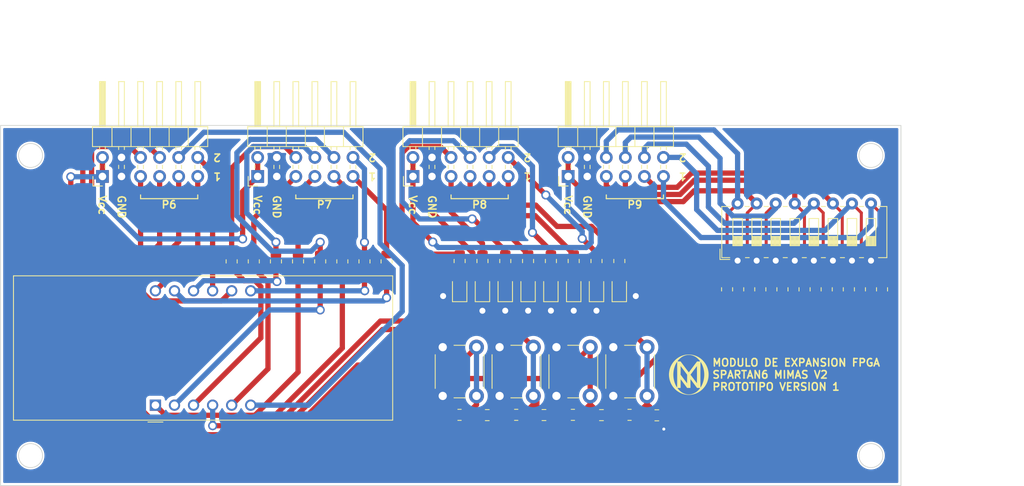
<source format=kicad_pcb>
(kicad_pcb (version 20221018) (generator pcbnew)
  (layers (0 "F.Cu" signal) (31 "B.Cu" signal) (34 "B.Paste" user) (35 "F.Paste" user) (36 "B.SilkS" user "B.Silkscreen") (37 "F.SilkS" user "F.Silkscreen") (38 "B.Mask" user) (39 "F.Mask" user) (44 "Edge.Cuts" user))
  (net 0 "")
  (net 1 "GND")
  (net 2 "Net-(D1-A)")
  (net 3 "Net-(D2-A)")
  (net 4 "Net-(D3-A)")
  (net 5 "Net-(D4-A)")
  (net 6 "Net-(D5-A)")
  (net 7 "Net-(D6-A)")
  (net 8 "Net-(D7-A)")
  (net 9 "Net-(D8-A)")
  (net 10 "+3V3")
  (net 11 "/PIN_HEADER_8X4/7P6")
  (net 12 "/PIN_HEADER_8X4/8P6")
  (net 13 "/PIN_HEADER_8X4/5P6")
  (net 14 "/PIN_HEADER_8X4/6P6")
  (net 15 "/DISPLAY/3P6")
  (net 16 "/DISPLAY/4P6")
  (net 17 "/DISPLAY/1P6")
  (net 18 "/DISPLAY/2P6")
  (net 19 "/DISPLAY/7P7")
  (net 20 "/DISPLAY/8P7")
  (net 21 "/DISPLAY/5P7")
  (net 22 "/DISPLAY/6P7")
  (net 23 "/DISPLAY/3P7")
  (net 24 "/DISPLAY/4P7")
  (net 25 "/DISPLAY/1P7")
  (net 26 "/DISPLAY/2P7")
  (net 27 "/LEDs/7P8")
  (net 28 "/LEDs/8P8")
  (net 29 "/LEDs/5P8")
  (net 30 "/LEDs/6P8")
  (net 31 "/LEDs/3P8")
  (net 32 "/LEDs/4P8")
  (net 33 "/LEDs/1P8")
  (net 34 "/LEDs/2P8")
  (net 35 "/DIP_SWITCH/7P9")
  (net 36 "/DIP_SWITCH/8P9")
  (net 37 "/DIP_SWITCH/5P9")
  (net 38 "/DIP_SWITCH/6P9")
  (net 39 "/DIP_SWITCH/3P9")
  (net 40 "/DIP_SWITCH/4P9")
  (net 41 "/DIP_SWITCH/1P9")
  (net 42 "/DIP_SWITCH/2P9")
  (net 43 "Net-(U1-a)")
  (net 44 "Net-(U1-b)")
  (net 45 "Net-(U1-c)")
  (net 46 "Net-(U1-d)")
  (net 47 "Net-(U1-e)")
  (net 48 "Net-(U1-f)")
  (net 49 "Net-(U1-g)")
  (net 50 "Net-(U1-DPX)")
  (footprint "Capacitor_SMD:C_0805_2012Metric" (layer "F.Cu") (at 131.54 85.59)
    (fp_text reference "C2" hide)
    (fp_text value "10nF" hide)
  )
  (footprint "LED_SMD:LED_0805_2012Metric" (layer "F.Cu") (at 123.5 68.7625 90)
    (fp_text reference "D7" hide)
    (fp_text value "LED" hide)
  )
  (footprint "Resistor_SMD:R_0805_2012Metric" (layer "F.Cu") (at 126.54 65.03 -90)
    (fp_text reference "R20" hide)
    (fp_text value "2.2K" hide)
  )
  (footprint "LED_SMD:LED_0805_2012Metric" (layer "F.Cu") (at 111.34 68.7625 90)
    (fp_text reference "D3" hide)
    (fp_text value "LED" hide)
  )
  (footprint "Resistor_SMD:R_0805_2012Metric" (layer "F.Cu") (at 105.245 85.53)
    (fp_text reference "R1" hide)
    (fp_text value "1K" hide)
  )
  (footprint "Resistor_SMD:R_0805_2012Metric" (layer "F.Cu") (at 83.725 65.0775 -90)
    (fp_text reference "R9" hide)
    (fp_text value "1K" hide)
  )
  (footprint "Resistor_SMD:R_0805_2012Metric" (layer "F.Cu") (at 143.855 68.8025 90)
    (fp_text reference "R22" hide)
    (fp_text value "1K" hide)
  )
  (footprint "LED_SMD:LED_0805_2012Metric" (layer "F.Cu") (at 114.38 68.7625 90)
    (fp_text reference "D4" hide)
    (fp_text value "LED" hide)
  )
  (footprint "Resistor_SMD:R_0805_2012Metric" (layer "F.Cu") (at 127.905 85.53)
    (fp_text reference "R4" hide)
    (fp_text value "1K" hide)
  )
  (footprint "Resistor_SMD:R_0805_2012Metric" (layer "F.Cu") (at 149.755 68.8025 90)
    (fp_text reference "R24" hide)
    (fp_text value "1K" hide)
  )
  (footprint "Button_Switch_THT:SW_PUSH_6mm" (layer "F.Cu") (at 103.005 83.01 90)
    (fp_text reference "SW1" hide)
    (fp_text value "SW_Push" hide)
  )
  (footprint "Capacitor_SMD:C_0805_2012Metric" (layer "F.Cu") (at 116.5 85.56)
    (fp_text reference "C4" hide)
    (fp_text value "10nF" hide)
  )
  (footprint "Capacitor_SMD:C_0805_2012Metric" (layer "F.Cu") (at 108.94 85.57)
    (fp_text reference "C3" hide)
    (fp_text value "10nF" hide)
  )
  (footprint "Resistor_SMD:R_0805_2012Metric" (layer "F.Cu") (at 140.905 68.8025 90)
    (fp_text reference "R21" hide)
    (fp_text value "1K" hide)
  )
  (footprint "Resistor_SMD:R_0805_2012Metric" (layer "F.Cu") (at 89.625 65.0775 -90)
    (fp_text reference "R7" hide)
    (fp_text value "1K" hide)
  )
  (footprint "Resistor_SMD:R_0805_2012Metric" (layer "F.Cu") (at 158.605 68.8025 90)
    (fp_text reference "R27" hide)
    (fp_text value "1K" hide)
  )
  (footprint "Connector_PinHeader_2.54mm:PinHeader_2x06_P2.54mm_Horizontal" (layer "F.Cu") (at 119.725 53.76 90)
    (fp_text reference "J4" hide)
    (fp_text value "P9" hide)
  )
  (footprint "LED_SMD:LED_0805_2012Metric" (layer "F.Cu") (at 117.42 68.7625 90)
    (fp_text reference "D5" hide)
    (fp_text value "LED" hide)
  )
  (footprint "Resistor_SMD:R_0805_2012Metric" (layer "F.Cu") (at 114.38 65.03 -90)
    (fp_text reference "R16" hide)
    (fp_text value "2.2K" hide)
  )
  (footprint "Resistor_SMD:R_0805_2012Metric" (layer "F.Cu") (at 111.34 65.03 -90)
    (fp_text reference "R15" hide)
    (fp_text value "2.2K" hide)
  )
  (footprint "wao:logo v2" (layer "F.Cu") (at 135.8 80.171821)
    (fp_text reference "G***" hide)
    (fp_text value "LOGO" hide)
  )
  (footprint "Resistor_SMD:R_0805_2012Metric" (layer "F.Cu") (at 120.351666 85.53)
    (fp_text reference "R3" hide)
    (fp_text value "1K" hide)
  )
  (footprint "Resistor_SMD:R_0805_2012Metric" (layer "F.Cu") (at 112.798333 85.53)
    (fp_text reference "R2" hide)
    (fp_text value "1K" hide)
  )
  (footprint "Button_Switch_THT:SW_DIP_SPSTx08_Slide_6.7x21.88mm_W7.62mm_P2.54mm_LowProfile" (layer "F.Cu") (at 142.305 64.98 90)
    (fp_text reference "SW5" hide)
    (fp_text value "SW_DIP_x08" hide)
  )
  (footprint "Resistor_SMD:R_0805_2012Metric" (layer "F.Cu") (at 86.675 65.0775 -90)
    (fp_text reference "R8" hide)
    (fp_text value "1K" hide)
  )
  (footprint "Capacitor_SMD:C_0805_2012Metric" (layer "F.Cu") (at 124.16 85.57)
    (fp_text reference "C1" hide)
    (fp_text value "10nF" hide)
  )
  (footprint "Resistor_SMD:R_0805_2012Metric" (layer "F.Cu") (at 80.775 65.0775 -90)
    (fp_text reference "R10" hide)
    (fp_text value "1K" hide)
  )
  (footprint "Resistor_SMD:R_0805_2012Metric" (layer "F.Cu") (at 123.5 65.03 -90)
    (fp_text reference "R19" hide)
    (fp_text value "2.2K" hide)
  )
  (footprint "Resistor_SMD:R_0805_2012Metric" (layer "F.Cu") (at 92.575 65.0775 -90)
    (fp_text reference "R6" hide)
    (fp_text value "1K" hide)
  )
  (footprint "Resistor_SMD:R_0805_2012Metric" (layer "F.Cu") (at 117.42 65.03 -90)
    (fp_text reference "R17" hide)
    (fp_text value "2.2K" hide)
  )
  (footprint "Connector_PinHeader_2.54mm:PinHeader_2x06_P2.54mm_Horizontal" (layer "F.Cu") (at 57.655 53.76 90)
    (fp_text reference "J1" hide)
    (fp_text value "P6" hide)
  )
  (footprint "Display_7Segment:CA56-12CGKWA" (layer "F.Cu") (at 64.715 84.24 90)
    (fp_text reference "U1" hide)
    (fp_text value "CA56-12CGKWA" hide)
  )
  (footprint "Resistor_SMD:R_0805_2012Metric" (layer "F.Cu") (at 108.3 65.03 -90)
    (fp_text reference "R14" hide)
    (fp_text value "2.2K" hide)
  )
  (footprint "Resistor_SMD:R_0805_2012Metric" (layer "F.Cu") (at 155.655 68.8025 90)
    (fp_text reference "R26" hide)
    (fp_text value "1K" hide)
  )
  (footprint "Resistor_SMD:R_0805_2012Metric" (layer "F.Cu") (at 146.805 68.8025 90)
    (fp_text reference "R23" hide)
    (fp_text value "1K" hide)
  )
  (footprint "Resistor_SMD:R_0805_2012Metric" (layer "F.Cu") (at 95.525 65.0775 -90)
    (fp_text reference "R5" hide)
    (fp_text value "1K" hide)
  )
  (footprint "Resistor_SMD:R_0805_2012Metric" (layer "F.Cu") (at 152.705 68.8025 90)
    (fp_text reference "R25" hide)
    (fp_text value "1K" hide)
  )
  (footprint "Button_Switch_THT:SW_PUSH_6mm" (layer "F.Cu") (at 118.158332 83.01 90)
    (fp_text reference "SW3" hide)
    (fp_text value "SW_Push" hide)
  )
  (footprint "Resistor_SMD:R_0805_2012Metric" (layer "F.Cu") (at 74.875 65.0775 -90)
    (fp_text reference "R12" hide)
    (fp_text value "1K" hide)
  )
  (footprint "Connector_PinHeader_2.54mm:PinHeader_2x06_P2.54mm_Horizontal" (layer "F.Cu") (at 78.345 53.76 90)
    (fp_text reference "J2" hide)
    (fp_text value "P7" hide)
  )
  (footprint "Resistor_SMD:R_0805_2012Metric" (layer "F.Cu") (at 161.555 68.8025 90)
    (fp_text reference "R28" hide)
    (fp_text value "1K" hide)
  )
  (footprint "LED_SMD:LED_0805_2012Metric" (layer "F.Cu") (at 108.3 68.7625 90)
    (fp_text reference "D2" hide)
    (fp_text value "LED" hide)
  )
  (footprint "Button_Switch_THT:SW_PUSH_6mm" (layer "F.Cu") (at 125.735 83.01 90)
    (fp_text reference "SW4" hide)
    (fp_text value "SW_Push" hide)
  )
  (footprint "Resistor_SMD:R_0805_2012Metric" (layer "F.Cu") (at 77.825 65.0775 -90)
    (fp_text reference "R11" hide)
    (fp_text value "1K" hide)
  )
  (footprint "Resistor_SMD:R_0805_2012Metric" (layer "F.Cu") (at 105.26 65.03 -90)
    (fp_text reference "R13" hide)
    (fp_text value "2.2K" hide)
  )
  (footprint "LED_SMD:LED_0805_2012Metric" (layer "F.Cu") (at 126.54 68.7625 90)
    (fp_text reference "D8" hide)
    (fp_text value "LED" hide)
  )
  (footprint "Resistor_SMD:R_0805_2012Metric" (layer "F.Cu") (at 120.46 65.03 -90)
    (fp_text reference "R18" hide)
    (fp_text value "2.2K" hide)
  )
  (footprint "LED_SMD:LED_0805_2012Metric" (layer "F.Cu") (at 120.46 68.7625 90)
    (fp_text reference "D6" hide)
    (fp_text value "LED" hide)
  )
  (footprint "LED_SMD:LED_0805_2012Metric" (layer "F.Cu") (at 105.26 68.7625 90)
    (fp_text reference "D1" hide)
    (fp_text value "LED" hide)
  )
  (footprint "Button_Switch_THT:SW_PUSH_6mm" (layer "F.Cu") (at 110.581666 83.01 90)
    (fp_text reference "SW2" hide)
    (fp_text value "SW_Push" hide)
  )
  (footprint "Connector_PinHeader_2.54mm:PinHeader_2x06_P2.54mm_Horizontal" (layer "F.Cu") (at 99.035 53.76 90)
    (fp_text reference "J3" hide)
    (fp_text value "P8" hide)
  )
  (gr_line locked (start 104.115 56.219286) (end 104.115 56.719286) (stroke (width 0.15)) (layer "F.SilkS"))
  (gr_line locked (start 124.805 56.219286) (end 124.805 56.719286) (stroke (width 0.15)) (layer "F.SilkS"))
  (gr_line locked (start 104.115 56.719286) (end 111.735 56.719286) (stroke (width 0.15)) (layer "F.SilkS"))
  (gr_line locked (start 111.735 56.219286) (end 111.735 56.719286) (stroke (width 0.15)) (layer "F.SilkS"))
  (gr_line locked (start 62.735 56.719286) (end 70.355 56.719286) (stroke (width 0.15)) (layer "F.SilkS"))
  (gr_line locked (start 91.045 56.219286) (end 91.045 56.719286) (stroke (width 0.15)) (layer "F.SilkS"))
  (gr_line locked (start 70.355 56.219286) (end 70.355 56.719286) (stroke (width 0.15)) (layer "F.SilkS"))
  (gr_line locked (start 83.425 56.219286) (end 83.425 56.719286) (stroke (width 0.15)) (layer "F.SilkS"))
  (gr_line locked (start 124.805 56.719286) (end 132.425 56.719286) (stroke (width 0.15)) (layer "F.SilkS"))
  (gr_line locked (start 132.425 56.219286) (end 132.425 56.719286) (stroke (width 0.15)) (layer "F.SilkS"))
  (gr_line locked (start 83.425 56.719286) (end 91.045 56.719286) (stroke (width 0.15)) (layer "F.SilkS"))
  (gr_line locked (start 62.735 56.219286) (end 62.735 56.719286) (stroke (width 0.15)) (layer "F.SilkS"))
  (gr_circle locked (center 48.075 90.96) (end 49.675 90.96) (stroke (width 0.1)) (fill none) (layer "Edge.Cuts"))
  (gr_circle locked (center 160.075 90.96) (end 161.675 90.96) (stroke (width 0.1)) (fill none) (layer "Edge.Cuts"))
  (gr_circle locked (center 160.075 50.96) (end 161.675 50.96) (stroke (width 0.1)) (fill none) (layer "Edge.Cuts"))
  (gr_circle locked (center 48.075 50.96) (end 49.675 50.96) (stroke (width 0.1)) (fill none) (layer "Edge.Cuts"))
  (gr_rect locked (start 44.075 46.96) (end 164.075 94.96) (stroke (width 0.1)) (fill none) (layer "Edge.Cuts"))
  (gr_text locked "GND" (at 60.195 57.818095 270) (layer "F.SilkS") (effects (font (size 1 1) (thickness 0.2) bold)))
  (gr_text locked "P6" (at 66.535 57.52) (layer "F.SilkS") (effects (font (size 1 1) (thickness 0.2) bold)))
  (gr_text locked "Vcc" (at 78.345 57.58 -90) (layer "F.SilkS") (effects (font (size 1 1) (thickness 0.2) bold)))
  (gr_text locked "GND" (at 101.575 57.818095 270) (layer "F.SilkS") (effects (font (size 1 1) (thickness 0.2) bold)))
  (gr_text locked "GND" (at 80.885 57.818095 270) (layer "F.SilkS") (effects (font (size 1 1) (thickness 0.2) bold)))
  (gr_text locked "1" (at 114.275 53.76 180) (layer "F.SilkS") (effects (font (size 1 1) (thickness 0.2) bold)))
  (gr_text locked "P7" (at 87.225 57.52) (layer "F.SilkS") (effects (font (size 1 1) (thickness 0.2) bold)))
  (gr_text locked "2" (at 134.975 51.22 180) (layer "F.SilkS") (effects (font (size 1 1) (thickness 0.2) bold)))
  (gr_text locked "2" (at 114.275 51.22 180) (layer "F.SilkS") (effects (font (size 1 1) (thickness 0.2) bold)))
  (gr_text locked "P8" (at 107.915 57.52) (layer "F.SilkS") (effects (font (size 1 1) (thickness 0.2) bold)))
  (gr_text locked "2" (at 72.935 51.22 180) (layer "F.SilkS") (effects (font (size 1 1) (thickness 0.2) bold)))
  (gr_text locked "1" (at 134.975 53.76 180) (layer "F.SilkS") (effects (font (size 1 1) (thickness 0.2) bold)))
  (gr_text locked "Vcc" (at 119.725 57.58 -90) (layer "F.SilkS") (effects (font (size 1 1) (thickness 0.2) bold)))
  (gr_text locked "MODULO DE EXPANSION FPGA \nSPARTAN6 MIMAS V2\nPROTOTIPO VERSION 1" (at 138.84 80.18) (layer "F.SilkS") (effects (font (size 1 1) (thickness 0.2) bold) (justify left)))
  (gr_text locked "2" (at 93.595 51.22 180) (layer "F.SilkS") (effects (font (size 1 1) (thickness 0.2) bold)))
  (gr_text locked "GND" (at 122.265 57.818095 270) (layer "F.SilkS") (effects (font (size 1 1) (thickness 0.2) bold)))
  (gr_text locked "Vcc" (at 57.655 57.58 -90) (layer "F.SilkS") (effects (font (size 1 1) (thickness 0.2) bold)))
  (gr_text locked "1" (at 72.935 53.76 180) (layer "F.SilkS") (effects (font (size 1 1) (thickness 0.2) bold)))
  (gr_text locked "Vcc" (at 99.035 57.58 -90) (layer "F.SilkS") (effects (font (size 1 1) (thickness 0.2) bold)))
  (gr_text locked "1" (at 93.595 53.76 180) (layer "F.SilkS") (effects (font (size 1 1) (thickness 0.2) bold)))
  (gr_text locked "P9" (at 128.605 57.52) (layer "F.SilkS") (effects (font (size 1 1) (thickness 0.2) bold)))
  (segment locked (start 123.5 69.7) (end 123.5 71.645) (width 0.7) (layer "F.Cu") (net 1))
  (segment locked (start 106.999999 69.664999) (end 107.035 69.7) (width 0.7) (layer "F.Cu") (net 1))
  (segment locked (start 126.54 69.7) (end 128.735 69.7) (width 0.7) (layer "F.Cu") (net 1))
  (segment locked (start 101.575 53.76) (end 101.575 58.51) (width 0.7) (layer "F.Cu") (net 1))
  (segment locked (start 117.42 71.645) (end 117.425 71.65) (width 0.7) (layer "F.Cu") (net 1))
  (segment locked (start 105.26 69.7) (end 103.055 69.7) (width 0.7) (layer "F.Cu") (net 1))
  (segment locked (start 132.47 85.61) (end 132.49 85.59) (width 0.7) (layer "F.Cu") (net 1))
  (segment locked (start 117.45 85.56) (end 117.45 83.718332) (width 0.7) (layer "F.Cu") (net 1))
  (segment locked (start 114.38 71.645) (end 114.385 71.65) (width 0.7) (layer "F.Cu") (net 1))
  (segment locked (start 108.3 71.655) (end 108.295 71.66) (width 0.7) (layer "F.Cu") (net 1))
  (segment locked (start 109.89 83.701666) (end 110.581666 83.01) (width 0.7) (layer "F.Cu") (net 1))
  (segment locked (start 107.035 69.7) (end 105.26 69.7) (width 0.7) (layer "F.Cu") (net 1))
  (segment locked (start 117.45 83.718332) (end 118.158332 83.01) (width 0.7) (layer "F.Cu") (net 1))
  (segment locked (start 125.11 83.635) (end 125.735 83.01) (width 0.7) (layer "F.Cu") (net 1))
  (segment locked (start 123.5 71.645) (end 123.495 71.65) (width 0.7) (layer "F.Cu") (net 1))
  (segment locked (start 106.999999 63.934999) (end 106.999999 69.664999) (width 0.7) (layer "F.Cu") (net 1))
  (segment locked (start 111.34 69.7) (end 111.34 71.645) (width 0.7) (layer "F.Cu") (net 1))
  (segment locked (start 125.11 85.57) (end 125.11 83.635) (width 0.7) (layer "F.Cu") (net 1))
  (segment locked (start 114.38 69.7) (end 114.38 71.645) (width 0.7) (layer "F.Cu") (net 1))
  (segment locked (start 120.46 69.7) (end 120.46 71.645) (width 0.7) (layer "F.Cu") (net 1))
  (segment locked (start 111.34 71.645) (end 111.335 71.65) (width 0.7) (layer "F.Cu") (net 1))
  (segment locked (start 120.46 71.645) (end 120.465 71.65) (width 0.7) (layer "F.Cu") (net 1))
  (segment locked (start 132.47 87.43) (end 132.47 85.61) (width 0.7) (layer "F.Cu") (net 1))
  (segment locked (start 101.575 58.51) (end 106.999999 63.934999) (width 0.7) (layer "F.Cu") (net 1))
  (segment locked (start 109.89 85.57) (end 109.89 83.701666) (width 0.7) (layer "F.Cu") (net 1))
  (segment locked (start 126.54 69.7) (end 107.035 69.7) (width 0.7) (layer "F.Cu") (net 1))
  (segment locked (start 108.3 69.7) (end 108.3 71.655) (width 0.7) (layer "F.Cu") (net 1))
  (segment locked (start 117.42 69.7) (end 117.42 71.645) (width 0.7) (layer "F.Cu") (net 1))
  (via locked (at 103.055 69.7) (size 1.2) (drill 0.8) (layers "F.Cu" "B.Cu") (net 1))
  (via locked (at 120.465 71.65) (size 1.2) (drill 0.8) (layers "F.Cu" "B.Cu") (net 1))
  (via locked (at 111.335 71.65) (size 1.2) (drill 0.8) (layers "F.Cu" "B.Cu") (net 1))
  (via locked (at 117.425 71.65) (size 1.2) (drill 0.8) (layers "F.Cu" "B.Cu") (net 1))
  (via locked (at 114.385 71.65) (size 1.2) (drill 0.8) (layers "F.Cu" "B.Cu") (net 1))
  (via locked (at 132.47 87.43) (size 0.8) (drill 0.4) (layers "F.Cu" "B.Cu") (net 1))
  (via locked (at 108.295 71.66) (size 1.2) (drill 0.8) (layers "F.Cu" "B.Cu") (net 1))
  (via locked (at 128.735 69.7) (size 1.2) (drill 0.8) (layers "F.Cu" "B.Cu") (net 1))
  (via locked (at 123.495 71.65) (size 1.2) (drill 0.8) (layers "F.Cu" "B.Cu") (net 1))
  (segment locked (start 53.705 48.97) (end 51.715 50.96) (width 0.7) (layer "B.Cu") (net 1))
  (segment locked (start 59.615 48.97) (end 53.705 48.97) (width 0.7) (layer "B.Cu") (net 1))
  (segment locked (start 86.735 65.1) (end 88.835 63) (width 0.7) (layer "B.Cu") (net 1))
  (segment locked (start 88.835 58.69) (end 87.015 56.87) (width 0.7) (layer "B.Cu") (net 1))
  (segment locked (start 51.715 59.91) (end 56.905 65.1) (width 0.7) (layer "B.Cu") (net 1))
  (segment locked (start 56.905 65.1) (end 86.735 65.1) (width 0.7) (layer "B.Cu") (net 1))
  (segment locked (start 122.265 53.76) (end 122.265 56.03) (width 0.7) (layer "B.Cu") (net 1))
  (segment locked (start 87.015 56.87) (end 83.995 56.87) (width 0.7) (layer "B.Cu") (net 1))
  (segment locked (start 88.835 63) (end 88.835 58.69) (width 0.7) (layer "B.Cu") (net 1))
  (segment locked (start 122.265 56.03) (end 131.215 64.98) (width 0.7) (layer "B.Cu") (net 1))
  (segment locked (start 131.215 64.98) (end 160.085 64.98) (width 0.7) (layer "B.Cu") (net 1))
  (segment locked (start 51.715 50.96) (end 51.715 59.91) (width 0.7) (layer "B.Cu") (net 1))
  (segment locked (start 83.995 56.87) (end 80.885 53.76) (width 0.7) (layer "B.Cu") (net 1))
  (segment locked (start 60.195 51.22) (end 60.195 49.55) (width 0.7) (layer "B.Cu") (net 1))
  (segment locked (start 60.195 49.55) (end 59.615 48.97) (width 0.7) (layer "B.Cu") (net 1))
  (segment locked (start 105.26 65.9425) (end 105.26 67.825) (width 0.7) (layer "F.Cu") (net 2))
  (segment locked (start 108.3 67.825) (end 108.3 65.9425) (width 0.7) (layer "F.Cu") (net 3))
  (segment locked (start 111.34 65.9425) (end 111.34 67.825) (width 0.7) (layer "F.Cu") (net 4))
  (segment locked (start 114.38 67.825) (end 114.38 65.9425) (width 0.7) (layer "F.Cu") (net 5))
  (segment locked (start 117.42 65.9425) (end 117.42 67.825) (width 0.7) (layer "F.Cu") (net 6))
  (segment locked (start 120.46 67.825) (end 120.46 65.9425) (width 0.7) (layer "F.Cu") (net 7))
  (segment locked (start 123.5 65.9425) (end 123.5 67.825) (width 0.7) (layer "F.Cu") (net 8))
  (segment locked (start 126.54 67.825) (end 126.54 65.9425) (width 0.7) (layer "F.Cu") (net 9))
  (segment locked (start 99.035 51.22) (end 99.035 53.76) (width 0.7) (layer "F.Cu") (net 10))
  (segment locked (start 76.335 55.77) (end 76.335 62.08) (width 0.7) (layer "F.Cu") (net 10))
  (segment locked (start 78.345 51.22) (end 78.345 53.76) (width 0.7) (layer "F.Cu") (net 10))
  (segment locked (start 135.68 73.775) (end 135.68 69.715) (width 0.7) (layer "F.Cu") (net 10))
  (segment locked (start 104.3325 85.53) (end 104.3325 86.6475) (width 0.7) (layer "F.Cu") (net 10))
  (segment locked (start 63.685 91.98) (end 60.195 88.49) (width 0.7) (layer "F.Cu") (net 10))
  (segment locked (start 60.195 88.49) (end 53.435 81.73) (width 0.7) (layer "F.Cu") (net 10))
  (segment locked (start 126.09 87.47) (end 126.9925 86.5675) (width 0.7) (layer "F.Cu") (net 10))
  (segment locked (start 119.439166 85.53) (end 119.439166 87.464166) (width 0.7) (layer "F.Cu") (net 10))
  (segment locked (start 99.035 53.76) (end 99.035 59.85) (width 0.7) (layer "F.Cu") (net 10))
  (segment locked (start 161.555 69.715) (end 135.68 69.715) (width 0.7) (layer "F.Cu") (net 10))
  (segment locked (start 105.155 87.47) (end 111.715 87.47) (width 0.7) (layer "F.Cu") (net 10))
  (segment locked (start 125.0525 87.47) (end 126.09 87.47) (width 0.7) (layer "F.Cu") (net 10))
  (segment locked (start 104.3325 85.53) (end 88.015 85.53) (width 0.7) (layer "F.Cu") (net 10))
  (segment locked (start 82.475 91.07) (end 81.565 91.98) (width 0.7) (layer "F.Cu") (net 10))
  (segment locked (start 127.335 85.1875) (end 127.335 82.12) (width 0.7) (layer "F.Cu") (net 10))
  (segment locked (start 104.3325 86.6475) (end 105.155 87.47) (width 0.7) (layer "F.Cu") (net 10))
  (segment locked (start 57.655 51.22) (end 57.655 53.76) (width 0.7) (layer "F.Cu") (net 10))
  (segment locked (start 81.565 91.98) (end 63.685 91.98) (width 0.7) (layer "F.Cu") (net 10))
  (segment locked (start 111.715 87.47) (end 119.445 87.47) (width 0.7) (layer "F.Cu") (net 10))
  (segment locked (start 126.9925 85.53) (end 127.335 85.1875) (width 0.7) (layer "F.Cu") (net 10))
  (segment locked (start 53.435 81.73) (end 53.435 53.8) (width 0.7) (layer "F.Cu") (net 10))
  (segment locked (start 111.885833 87.299167) (end 111.715 87.47) (width 0.7) (layer "F.Cu") (net 10))
  (segment locked (start 99.035 59.85) (end 101.675 62.49) (width 0.7) (layer "F.Cu") (net 10))
  (segment locked (start 135.68 69.715) (end 119.725 53.76) (width 0.7) (layer "F.Cu") (net 10))
  (segment locked (start 78.345 53.76) (end 76.335 55.77) (width 0.7) (layer "F.Cu") (net 10))
  (segment locked (start 119.445 87.47) (end 125.0525 87.47) (width 0.7) (layer "F.Cu") (net 10))
  (segment locked (start 127.335 82.12) (end 135.68 73.775) (width 0.7) (layer "F.Cu") (net 10))
  (segment locked (start 111.885833 85.53) (end 111.885833 87.299167) (width 0.7) (layer "F.Cu") (net 10))
  (segment locked (start 88.015 85.53) (end 82.475 91.07) (width 0.7) (layer "F.Cu") (net 10))
  (segment locked (start 126.9925 86.5675) (end 126.9925 85.53) (width 0.7) (layer "F.Cu") (net 10))
  (segment locked (start 119.439166 87.464166) (end 119.445 87.47) (width 0.7) (layer "F.Cu") (net 10))
  (segment locked (start 119.725 51.22) (end 119.725 53.76) (width 0.7) (layer "F.Cu") (net 10))
  (via locked (at 76.335 62.08) (size 1.2) (drill 0.8) (layers "F.Cu" "B.Cu") (net 10))
  (via locked (at 101.675 62.49) (size 1.2) (drill 0.8) (layers "F.Cu" "B.Cu") (net 10))
  (via locked (at 53.435 53.8) (size 1.2) (drill 0.8) (layers "F.Cu" "B.Cu") (net 10))
  (segment locked (start 53.435 53.8) (end 57.615 53.8) (width 0.7) (layer "B.Cu") (net 10))
  (segment locked (start 57.615 53.8) (end 57.655 53.76) (width 0.7) (layer "B.Cu") (net 10))
  (segment locked (start 101.675 62.49) (end 102.415 63.23) (width 0.7) (layer "B.Cu") (net 10))
  (segment locked (start 62.515 62.08) (end 57.655 57.22) (width 0.7) (layer "B.Cu") (net 10))
  (segment locked (start 76.335 62.08) (end 62.515 62.08) (width 0.7) (layer "B.Cu") (net 10))
  (segment locked (start 122.795 62.57) (end 122.795 60.936498) (width 0.7) (layer "B.Cu") (net 10))
  (segment locked (start 122.795 60.936498) (end 119.725 57.866498) (width 0.7) (layer "B.Cu") (net 10))
  (segment locked (start 119.725 57.866498) (end 119.725 53.76) (width 0.7) (layer "B.Cu") (net 10))
  (segment locked (start 102.415 63.23) (end 122.135 63.23) (width 0.7) (layer "B.Cu") (net 10))
  (segment locked (start 122.135 63.23) (end 122.795 62.57) (width 0.7) (layer "B.Cu") (net 10))
  (segment locked (start 57.655 57.22) (end 57.655 53.76) (width 0.7) (layer "B.Cu") (net 10))
  (segment locked (start 60.175 84.13) (end 65.175 89.13) (width 0.7) (layer "F.Cu") (net 11))
  (segment locked (start 60.175 65.97) (end 60.175 84.13) (width 0.7) (layer "F.Cu") (net 11))
  (segment locked (start 80.015 89.13) (end 94.985 74.16) (width 0.7) (layer "F.Cu") (net 11))
  (segment locked (start 65.175 89.13) (end 80.015 89.13) (width 0.7) (layer "F.Cu") (net 11))
  (segment locked (start 115.55 85.56) (end 115.55 83.478334) (width 0.7) (layer "F.Cu") (net 11))
  (segment locked (start 62.735 63.41) (end 60.175 65.97) (width 0.7) (layer "F.Cu") (net 11))
  (segment locked (start 94.985 74.16) (end 112.731666 74.16) (width 0.7) (layer "F.Cu") (net 11))
  (segment locked (start 115.55 83.478334) (end 115.081666 83.01) (width 0.7) (layer "F.Cu") (net 11))
  (segment locked (start 115.081666 83.01) (end 115.081666 84.159167) (width 0.7) (layer "F.Cu") (net 11))
  (segment locked (start 62.735 53.76) (end 62.735 63.41) (width 0.7) (layer "F.Cu") (net 11))
  (segment locked (start 115.081666 84.159167) (end 113.710833 85.53) (width 0.7) (layer "F.Cu") (net 11))
  (segment locked (start 112.731666 74.16) (end 115.081666 76.51) (width 0.7) (layer "F.Cu") (net 11))
  (segment locked (start 115.081666 76.51) (end 115.081666 83.01) (width 0.7) (layer "B.Cu") (net 11))
  (segment locked (start 106.1575 85.53) (end 107.95 85.53) (width 0.7) (layer "F.Cu") (net 12))
  (segment locked (start 107.505 83.01) (end 107.505 84.1825) (width 0.7) (layer "F.Cu") (net 12))
  (segment locked (start 80.485 90.08) (end 91.665 78.9) (width 0.7) (layer "F.Cu") (net 12))
  (segment locked (start 107.505 84.1825) (end 106.1575 85.53) (width 0.7) (layer "F.Cu") (net 12))
  (segment locked (start 61.285 49.77) (end 56.665 49.77) (width 0.7) (layer "F.Cu") (net 12))
  (segment locked (start 56.665 49.77) (end 56.205 50.23) (width 0.7) (layer "F.Cu") (net 12))
  (segment locked (start 64.715 90.08) (end 80.485 90.08) (width 0.7) (layer "F.Cu") (net 12))
  (segment locked (start 62.735 51.22) (end 61.285 49.77) (width 0.7) (layer "F.Cu") (net 12))
  (segment locked (start 107.95 85.53) (end 107.99 85.57) (width 0.7) (layer "F.Cu") (net 12))
  (segment locked (start 56.205 50.23) (end 56.205 81.57) (width 0.7) (layer "F.Cu") (net 12))
  (segment locked (start 91.665 78.9) (end 105.115 78.9) (width 0.7) (layer "F.Cu") (net 12))
  (segment locked (start 56.205 81.57) (end 64.715 90.08) (width 0.7) (layer "F.Cu") (net 12))
  (segment locked (start 105.115 78.9) (end 107.505 76.51) (width 0.7) (layer "F.Cu") (net 12))
  (segment locked (start 107.505 83.01) (end 107.505 76.51) (width 0.7) (layer "B.Cu") (net 12))
  (segment locked (start 126.755 73.03) (end 130.235 76.51) (width 0.7) (layer "F.Cu") (net 13))
  (segment locked (start 94.705 73.03) (end 126.755 73.03) (width 0.7) (layer "F.Cu") (net 13))
  (segment locked (start 65.275 53.76) (end 65.275 62.77) (width 0.7) (layer "F.Cu") (net 13))
  (segment locked (start 130.59 84.4675) (end 130.235 84.1125) (width 0.7) (layer "F.Cu") (net 13))
  (segment locked (start 79.555 88.18) (end 94.705 73.03) (width 0.7) (layer "F.Cu") (net 13))
  (segment locked (start 65.275 62.77) (end 62.035 66.01) (width 0.7) (layer "F.Cu") (net 13))
  (segment locked (start 130.235 83.01) (end 130.235 84.1125) (width 0.7) (layer "F.Cu") (net 13))
  (segment locked (start 66.215 88.18) (end 79.555 88.18) (width 0.7) (layer "F.Cu") (net 13))
  (segment locked (start 62.035 66.01) (end 62.035 84) (width 0.7) (layer "F.Cu") (net 13))
  (segment locked (start 62.035 84) (end 66.215 88.18) (width 0.7) (layer "F.Cu") (net 13))
  (segment locked (start 130.235 84.1125) (end 128.8175 85.53) (width 0.7) (layer "F.Cu") (net 13))
  (segment locked (start 130.59 85.59) (end 130.59 84.4675) (width 0.7) (layer "F.Cu") (net 13))
  (segment locked (start 130.235 83.01) (end 130.235 76.51) (width 0.7) (layer "B.Cu") (net 13))
  (segment locked (start 62.875 48.82) (end 56.271498 48.82) (width 0.7) (layer "F.Cu") (net 14))
  (segment locked (start 122.658332 84.135834) (end 121.264166 85.53) (width 0.7) (layer "F.Cu") (net 14))
  (segment locked (start 55.035 81.743502) (end 64.321498 91.03) (width 0.7) (layer "F.Cu") (net 14))
  (segment locked (start 91.355 80.69) (end 118.478332 80.69) (width 0.7) (layer "F.Cu") (net 14))
  (segment locked (start 56.271498 48.82) (end 55.035 50.056498) (width 0.7) (layer "F.Cu") (net 14))
  (segment locked (start 118.478332 80.69) (end 122.658332 76.51) (width 0.7) (layer "F.Cu") (net 14))
  (segment locked (start 65.275 51.22) (end 62.875 48.82) (width 0.7) (layer "F.Cu") (net 14))
  (segment locked (start 122.658332 83.01) (end 122.658332 84.135834) (width 0.7) (layer "F.Cu") (net 14))
  (segment locked (start 64.321498 91.03) (end 81.015 91.03) (width 0.7) (layer "F.Cu") (net 14))
  (segment locked (start 123.21 84.687502) (end 122.658332 84.135834) (width 0.7) (layer "F.Cu") (net 14))
  (segment locked (start 81.015 91.03) (end 91.355 80.69) (width 0.7) (layer "F.Cu") (net 14))
  (segment locked (start 123.21 85.57) (end 123.21 84.687502) (width 0.7) (layer "F.Cu") (net 14))
  (segment locked (start 55.035 50.056498) (end 55.035 81.743502) (width 0.7) (layer "F.Cu") (net 14))
  (segment locked (start 122.658332 83.01) (end 122.658332 76.51) (width 0.7) (layer "F.Cu") (net 14))
  (segment locked (start 73.525 70.35) (end 74.875 69) (width 0.7) (layer "F.Cu") (net 15))
  (segment locked (start 64.155811 70.35) (end 73.525 70.35) (width 0.7) (layer "F.Cu") (net 15))
  (segment locked (start 62.985 69.179189) (end 64.155811 70.35) (width 0.7) (layer "F.Cu") (net 15))
  (segment locked (start 62.985 67.28) (end 62.985 69.179189) (width 0.7) (layer "F.Cu") (net 15))
  (segment locked (start 67.815 53.76) (end 67.815 62.45) (width 0.7) (layer "F.Cu") (net 15))
  (segment locked (start 67.815 62.45) (end 62.985 67.28) (width 0.7) (layer "F.Cu") (net 15))
  (segment locked (start 94.655 52.73) (end 94.655 62.68) (width 0.7) (layer "B.Cu") (net 16))
  (segment locked (start 97.605 71.74) (end 85.105 84.24) (width 0.7) (layer "B.Cu") (net 16))
  (segment locked (start 85.105 84.24) (end 77.415 84.24) (width 0.7) (layer "B.Cu") (net 16))
  (segment locked (start 94.655 62.68) (end 97.605 65.63) (width 0.7) (layer "B.Cu") (net 16))
  (segment locked (start 97.605 65.63) (end 97.605 71.74) (width 0.7) (layer "B.Cu") (net 16))
  (segment locked (start 71.165 47.87) (end 89.795 47.87) (width 0.7) (layer "B.Cu") (net 16))
  (segment locked (start 67.815 51.22) (end 71.165 47.87) (width 0.7) (layer "B.Cu") (net 16))
  (segment locked (start 89.795 47.87) (end 94.655 52.73) (width 0.7) (layer "B.Cu") (net 16))
  (segment locked (start 70.355 63.36) (end 64.715 69) (width 0.7) (layer "F.Cu") (net 17))
  (segment locked (start 70.355 53.76) (end 70.355 63.36) (width 0.7) (layer "F.Cu") (net 17))
  (segment locked (start 70.355 51.22) (end 72.335 53.2) (width 0.7) (layer "F.Cu") (net 18))
  (segment locked (start 72.335 53.2) (end 72.335 69) (width 0.7) (layer "F.Cu") (net 18))
  (segment locked (start 77.825 64.165) (end 77.825 59.36) (width 0.7) (layer "F.Cu") (net 19))
  (segment locked (start 77.825 59.36) (end 83.425 53.76) (width 0.7) (layer "F.Cu") (net 19))
  (segment locked (start 77.74439 49.77) (end 81.975 49.77) (width 0.7) (layer "F.Cu") (net 20))
  (segment locked (start 74.875 64.165) (end 74.875 52.63939) (width 0.7) (layer "F.Cu") (net 20))
  (segment locked (start 74.875 52.63939) (end 77.74439 49.77) (width 0.7) (layer "F.Cu") (net 20))
  (segment locked (start 81.975 49.77) (end 83.425 51.22) (width 0.7) (layer "F.Cu") (net 20))
  (segment locked (start 83.725 64.165) (end 83.725 56) (width 0.7) (layer "F.Cu") (net 21))
  (segment locked (start 83.725 56) (end 85.965 53.76) (width 0.7) (layer "F.Cu") (net 21))
  (segment locked (start 80.775 64.165) (end 80.775 62.52) (width 0.7) (layer "F.Cu") (net 22))
  (via locked (at 80.775 62.52) (size 1.2) (drill 0.8) (layers "F.Cu" "B.Cu") (net 22))
  (segment locked (start 84.515 49.77) (end 85.965 51.22) (width 0.7) (layer "B.Cu") (net 22))
  (segment locked (start 80.775 62.52) (end 76.895 58.64) (width 0.7) (layer "B.Cu") (net 22))
  (segment locked (start 76.895 58.64) (end 76.895 50.61939) (width 0.7) (layer "B.Cu") (net 22))
  (segment locked (start 76.895 50.61939) (end 77.74439 49.77) (width 0.7) (layer "B.Cu") (net 22))
  (segment locked (start 77.74439 49.77) (end 84.515 49.77) (width 0.7) (layer "B.Cu") (net 22))
  (segment locked (start 89.625 54.88) (end 88.505 53.76) (width 0.7) (layer "F.Cu") (net 23))
  (segment locked (start 89.625 64.165) (end 89.625 54.88) (width 0.7) (layer "F.Cu") (net 23))
  (segment locked (start 86.675 64.165) (end 86.675 62.52) (width 0.7) (layer "F.Cu") (net 24))
  (via locked (at 86.675 62.52) (size 1.2) (drill 0.8) (layers "F.Cu" "B.Cu") (net 24))
  (segment locked (start 75.575 50.595888) (end 77.350888 48.82) (width 0.7) (layer "B.Cu") (net 24))
  (segment locked (start 86.675 62.52) (end 85.475 63.72) (width 0.7) (layer "B.Cu") (net 24))
  (segment locked (start 86.105 48.82) (end 88.505 51.22) (width 0.7) (layer "B.Cu") (net 24))
  (segment locked (start 85.475 63.72) (end 80.277943 63.72) (width 0.7) (layer "B.Cu") (net 24))
  (segment locked (start 77.350888 48.82) (end 86.105 48.82) (width 0.7) (layer "B.Cu") (net 24))
  (segment locked (start 80.277943 63.72) (end 75.575 59.017057) (width 0.7) (layer "B.Cu") (net 24))
  (segment locked (start 75.575 59.017057) (end 75.575 50.595888) (width 0.7) (layer "B.Cu") (net 24))
  (segment locked (start 95.525 58.24) (end 91.045 53.76) (width 0.7) (layer "F.Cu") (net 25))
  (segment locked (start 95.525 64.165) (end 95.525 58.24) (width 0.7) (layer "F.Cu") (net 25))
  (segment locked (start 92.575 64.165) (end 92.575 62.53) (width 0.7) (layer "F.Cu") (net 26))
  (via locked (at 92.575 62.53) (size 1.2) (drill 0.8) (layers "F.Cu" "B.Cu") (net 26))
  (segment locked (start 92.575 52.75) (end 91.045 51.22) (width 0.7) (layer "B.Cu") (net 26))
  (segment locked (start 92.575 62.53) (end 92.575 52.75) (width 0.7) (layer "B.Cu") (net 26))
  (segment locked (start 104.115 53.76) (end 104.115 58.5) (width 0.7) (layer "F.Cu") (net 27))
  (segment locked (start 104.115 58.5) (end 108.3 62.685) (width 0.7) (layer "F.Cu") (net 27))
  (segment locked (start 108.3 62.685) (end 108.3 64.1175) (width 0.7) (layer "F.Cu") (net 27))
  (segment locked (start 102.665 49.77) (end 104.115 51.22) (width 0.7) (layer "F.Cu") (net 28))
  (segment locked (start 97.585 50.61939) (end 98.43439 49.77) (width 0.7) (layer "F.Cu") (net 28))
  (segment locked (start 105.26 64.1175) (end 101.2525 64.1175) (width 0.7) (layer "F.Cu") (net 28))
  (segment locked (start 98.43439 49.77) (end 102.665 49.77) (width 0.7) (layer "F.Cu") (net 28))
  (segment locked (start 101.2525 64.1175) (end 97.585 60.45) (width 0.7) (layer "F.Cu") (net 28))
  (segment locked (start 97.585 60.45) (end 97.585 50.61939) (width 0.7) (layer "F.Cu") (net 28))
  (segment locked (start 106.655 53.76) (end 106.655 56.3925) (width 0.7) (layer "F.Cu") (net 29))
  (segment locked (start 106.655 56.3925) (end 114.38 64.1175) (width 0.7) (layer "F.Cu") (net 29))
  (segment locked (start 111.34 63.665) (end 111.34 64.1175) (width 0.7) (layer "F.Cu") (net 30))
  (segment locked (start 107.095 59.42) (end 111.34 63.665) (width 0.7) (layer "F.Cu") (net 30))
  (segment locked (start 106.925 59.42) (end 107.095 59.42) (width 0.7) (layer "F.Cu") (net 30))
  (via locked (at 106.925 59.42) (size 1.2) (drill 0.8) (layers "F.Cu" "B.Cu") (net 30))
  (segment locked (start 106.925 59.42) (end 99.905 59.42) (width 0.7) (layer "B.Cu") (net 30))
  (segment locked (start 99.905 59.42) (end 97.585 57.1) (width 0.7) (layer "B.Cu") (net 30))
  (segment locked (start 97.585 50.02) (end 98.605 49) (width 0.7) (layer "B.Cu") (net 30))
  (segment locked (start 104.435 49) (end 106.655 51.22) (width 0.7) (layer "B.Cu") (net 30))
  (segment locked (start 97.585 57.1) (end 97.585 50.02) (width 0.7) (layer "B.Cu") (net 30))
  (segment locked (start 98.605 49) (end 104.435 49) (width 0.7) (layer "B.Cu") (net 30))
  (segment locked (start 115.3325 58.99) (end 111.035 58.99) (width 0.7) (layer "F.Cu") (net 31))
  (segment locked (start 109.195 57.15) (end 109.195 53.76) (width 0.7) (layer "F.Cu") (net 31))
  (segment locked (start 111.035 58.99) (end 109.195 57.15) (width 0.7) (layer "F.Cu") (net 31))
  (segment locked (start 120.46 64.1175) (end 115.3325 58.99) (width 0.7) (layer "F.Cu") (net 31))
  (segment locked (start 117.42 64.1175) (end 117.42 63.675) (width 0.7) (layer "F.Cu") (net 32))
  (segment locked (start 117.42 63.675) (end 114.965 61.22) (width 0.7) (layer "F.Cu") (net 32))
  (via locked (at 114.965 61.22) (size 1.2) (drill 0.8) (layers "F.Cu" "B.Cu") (net 32))
  (segment locked (start 110.645 49.77) (end 109.195 51.22) (width 0.7) (layer "B.Cu") (net 32))
  (segment locked (start 114.965 61.22) (end 114.965 52.39939) (width 0.7) (layer "B.Cu") (net 32))
  (segment locked (start 112.33561 49.77) (end 110.645 49.77) (width 0.7) (layer "B.Cu") (net 32))
  (segment locked (start 114.965 52.39939) (end 112.33561 49.77) (width 0.7) (layer "B.Cu") (net 32))
  (segment locked (start 118.245 60.42) (end 122.8425 60.42) (width 0.7) (layer "F.Cu") (net 33))
  (segment locked (start 113.095 57.59) (end 115.415 57.59) (width 0.7) (layer "F.Cu") (net 33))
  (segment locked (start 115.415 57.59) (end 118.245 60.42) (width 0.7) (layer "F.Cu") (net 33))
  (segment locked (start 111.735 56.23) (end 113.095 57.59) (width 0.7) (layer "F.Cu") (net 33))
  (segment locked (start 111.735 53.76) (end 111.735 56.23) (width 0.7) (layer "F.Cu") (net 33))
  (segment locked (start 122.8425 60.42) (end 126.54 64.1175) (width 0.7) (layer "F.Cu") (net 33))
  (segment locked (start 123.5 63.935) (end 121.595 62.03) (width 0.7) (layer "F.Cu") (net 34))
  (segment locked (start 116.745 56.23) (end 111.735 51.22) (width 0.7) (layer "F.Cu") (net 34))
  (segment locked (start 123.5 64.1175) (end 123.5 63.935) (width 0.7) (layer "F.Cu") (net 34))
  (via locked (at 121.595 62.03) (size 1.2) (drill 0.8) (layers "F.Cu" "B.Cu") (net 34))
  (via locked (at 116.745 56.23) (size 1.2) (drill 0.8) (layers "F.Cu" "B.Cu") (net 34))
  (segment locked (start 121.595 62.03) (end 121.595 61.08) (width 0.7) (layer "B.Cu") (net 34))
  (segment locked (start 121.595 61.08) (end 116.745 56.23) (width 0.7) (layer "B.Cu") (net 34))
  (segment locked (start 124.805 54.962081) (end 126.952919 57.11) (width 0.7) (layer "F.Cu") (net 35))
  (segment locked (start 143.595 58.61) (end 144.845 57.36) (width 0.4) (layer "F.Cu") (net 35))
  (segment locked (start 143.155 55.67) (end 144.845 57.36) (width 0.7) (layer "F.Cu") (net 35))
  (segment locked (start 124.805 53.76) (end 124.805 54.962081) (width 0.7) (layer "F.Cu") (net 35))
  (segment locked (start 136.505 55.67) (end 143.155 55.67) (width 0.7) (layer "F.Cu") (net 35))
  (segment locked (start 143.855 67.89) (end 143.595 67.63) (width 0.4) (layer "F.Cu") (net 35))
  (segment locked (start 135.065 57.11) (end 136.505 55.67) (width 0.7) (layer "F.Cu") (net 35))
  (segment locked (start 126.952919 57.11) (end 135.065 57.11) (width 0.7) (layer "F.Cu") (net 35))
  (segment locked (start 143.595 67.63) (end 143.595 58.61) (width 0.4) (layer "F.Cu") (net 35))
  (segment locked (start 140.905 67.89) (end 140.905 58.76) (width 0.4) (layer "F.Cu") (net 36))
  (segment locked (start 140.905 58.76) (end 142.305 57.36) (width 0.4) (layer "F.Cu") (net 36))
  (segment locked (start 139.145 47.56) (end 142.305 50.72) (width 0.7) (layer "B.Cu") (net 36))
  (segment locked (start 124.805 49.07) (end 126.315 47.56) (width 0.7) (layer "B.Cu") (net 36))
  (segment locked (start 142.305 50.72) (end 142.305 57.36) (width 0.7) (layer "B.Cu") (net 36))
  (segment locked (start 124.805 51.22) (end 124.805 49.07) (width 0.7) (layer "B.Cu") (net 36))
  (segment locked (start 126.315 47.56) (end 139.145 47.56) (width 0.7) (layer "B.Cu") (net 36))
  (segment locked (start 136.538502 54.26) (end 148.335 54.26) (width 0.7) (layer "F.Cu") (net 37))
  (segment locked (start 148.335 54.26) (end 149.925 55.85) (width 0.7) (layer "F.Cu") (net 37))
  (segment locked (start 149.755 67.89) (end 151.215 66.43) (width 0.4) (layer "F.Cu") (net 37))
  (segment locked (start 151.215 58.65) (end 149.925 57.36) (width 0.4) (layer "F.Cu") (net 37))
  (segment locked (start 127.345 53.76) (end 127.345 55.42) (width 0.7) (layer "F.Cu") (net 37))
  (segment locked (start 128.085 56.16) (end 134.638502 56.16) (width 0.7) (layer "F.Cu") (net 37))
  (segment locked (start 134.638502 56.16) (end 136.538502 54.26) (width 0.7) (layer "F.Cu") (net 37))
  (segment locked (start 127.345 55.42) (end 128.085 56.16) (width 0.7) (layer "F.Cu") (net 37))
  (segment locked (start 151.215 66.43) (end 151.215 58.65) (width 0.4) (layer "F.Cu") (net 37))
  (segment locked (start 149.925 55.85) (end 149.925 57.36) (width 0.7) (layer "F.Cu") (net 37))
  (segment locked (start 146.115 67.2) (end 146.115 58.63) (width 0.4) (layer "F.Cu") (net 38))
  (segment locked (start 146.805 67.89) (end 146.115 67.2) (width 0.4) (layer "F.Cu") (net 38))
  (segment locked (start 146.115 58.63) (end 147.385 57.36) (width 0.4) (layer "F.Cu") (net 38))
  (segment locked (start 137.135 48.51) (end 139.965 51.34) (width 0.7) (layer "B.Cu") (net 38))
  (segment locked (start 127.345 51.22) (end 127.345 49.24) (width 0.7) (layer "B.Cu") (net 38))
  (segment locked (start 139.965 57.33) (end 141.685 59.05) (width 0.7) (layer "B.Cu") (net 38))
  (segment locked (start 128.075 48.51) (end 137.135 48.51) (width 0.7) (layer "B.Cu") (net 38))
  (segment locked (start 139.965 51.34) (end 139.965 57.33) (width 0.7) (layer "B.Cu") (net 38))
  (segment locked (start 141.685 59.05) (end 146.325 59.05) (width 0.7) (layer "B.Cu") (net 38))
  (segment locked (start 127.345 49.24) (end 128.075 48.51) (width 0.7) (layer "B.Cu") (net 38))
  (segment locked (start 146.325 59.05) (end 147.385 57.99) (width 0.7) (layer "B.Cu") (net 38))
  (segment locked (start 147.385 57.99) (end 147.385 57.36) (width 0.7) (layer "B.Cu") (net 38))
  (segment locked (start 134.245 55.21) (end 136.145 53.31) (width 0.7) (layer "F.Cu") (net 39))
  (segment locked (start 136.145 53.31) (end 150.955 53.31) (width 0.7) (layer "F.Cu") (net 39))
  (segment locked (start 129.885 53.76) (end 131.335 55.21) (width 0.7) (layer "F.Cu") (net 39))
  (segment locked (start 150.955 53.31) (end 155.005 57.36) (width 0.7) (layer "F.Cu") (net 39))
  (segment locked (start 156.255 58.61) (end 155.005 57.36) (width 0.4) (layer "F.Cu") (net 39))
  (segment locked (start 156.255 67.29) (end 156.255 58.61) (width 0.4) (layer "F.Cu") (net 39))
  (segment locked (start 155.655 67.89) (end 156.255 67.29) (width 0.4) (layer "F.Cu") (net 39))
  (segment locked (start 131.335 55.21) (end 134.245 55.21) (width 0.7) (layer "F.Cu") (net 39))
  (segment locked (start 153.715 58.61) (end 152.465 57.36) (width 0.4) (layer "F.Cu") (net 40))
  (segment locked (start 153.715 66.88) (end 153.715 58.61) (width 0.4) (layer "F.Cu") (net 40))
  (segment locked (start 152.705 67.89) (end 153.715 66.88) (width 0.4) (layer "F.Cu") (net 40))
  (segment locked (start 138.415 57.84) (end 140.575 60) (width 0.7) (layer "B.Cu") (net 40))
  (segment locked (start 149.825 60) (end 152.465 57.36) (width 0.7) (layer "B.Cu") (net 40))
  (segment locked (start 140.575 60) (end 149.825 60) (width 0.7) (layer "B.Cu") (net 40))
  (segment locked (start 135.475 49.46) (end 138.415 52.4) (width 0.7) (layer "B.Cu") (net 40))
  (segment locked (start 129.885 51.22) (end 129.885 50.01) (width 0.7) (layer "B.Cu") (net 40))
  (segment locked (start 130.435 49.46) (end 135.475 49.46) (width 0.7) (layer "B.Cu") (net 40))
  (segment locked (start 129.885 50.01) (end 130.435 49.46) (width 0.7) (layer "B.Cu") (net 40))
  (segment locked (start 138.415 52.4) (end 138.415 57.84) (width 0.7) (layer "B.Cu") (net 40))
  (segment locked (start 161.555 58.83) (end 160.085 57.36) (width 0.4) (layer "F.Cu") (net 41))
  (segment locked (start 161.555 67.89) (end 161.555 58.83) (width 0.4) (layer "F.Cu") (net 41))
  (segment locked (start 160.085 60.24) (end 158.425 61.9) (width 0.7) (layer "B.Cu") (net 41))
  (segment locked (start 137.415 61.9) (end 132.425 56.91) (width 0.7) (layer "B.Cu") (net 41))
  (segment locked (start 158.425 61.9) (end 137.415 61.9) (width 0.7) (layer "B.Cu") (net 41))
  (segment locked (start 132.425 56.91) (end 132.425 53.76) (width 0.7) (layer "B.Cu") (net 41))
  (segment locked (start 160.085 57.36) (end 160.085 60.24) (width 0.7) (layer "B.Cu") (net 41))
  (segment locked (start 158.795 58.61) (end 157.545 57.36) (width 0.4) (layer "F.Cu") (net 42))
  (segment locked (start 158.795 67.7) (end 158.795 58.61) (width 0.4) (layer "F.Cu") (net 42))
  (segment locked (start 158.605 67.89) (end 158.795 67.7) (width 0.4) (layer "F.Cu") (net 42))
  (segment locked (start 139.625 60.95) (end 153.955 60.95) (width 0.7) (layer "B.Cu") (net 42))
  (segment locked (start 136.845 58.17) (end 139.625 60.95) (width 0.7) (layer "B.Cu") (net 42))
  (segment locked (start 136.845 53.43) (end 136.845 58.17) (width 0.7) (layer "B.Cu") (net 42))
  (segment locked (start 132.425 51.22) (end 134.635 51.22) (width 0.7) (layer "B.Cu") (net 42))
  (segment locked (start 153.955 60.95) (end 157.545 57.36) (width 0.7) (layer "B.Cu") (net 42))
  (segment locked (start 134.635 51.22) (end 136.845 53.43) (width 0.7) (layer "B.Cu") (net 42))
  (segment locked (start 95.525 65.99) (end 95.525 69.92) (width 0.7) (layer "F.Cu") (net 43))
  (via locked (at 95.525 69.92) (size 1.2) (drill 0.8) (layers "F.Cu" "B.Cu") (net 43))
  (segment locked (start 95.095 70.35) (end 68.605 70.35) (width 0.7) (layer "B.Cu") (net 43))
  (segment locked (start 68.605 70.35) (end 67.255 69) (width 0.7) (layer "B.Cu") (net 43))
  (segment locked (start 95.525 69.92) (end 95.095 70.35) (width 0.7) (layer "B.Cu") (net 43))
  (segment locked (start 92.575 68.96) (end 92.605 68.99) (width 0.7) (layer "F.Cu") (net 44))
  (segment locked (start 92.575 65.99) (end 92.575 68.96) (width 0.7) (layer "F.Cu") (net 44))
  (via locked (at 92.605 68.99) (size 1.2) (drill 0.8) (layers "F.Cu" "B.Cu") (net 44))
  (segment locked (start 92.605 68.99) (end 92.595 69) (width 0.7) (layer "B.Cu") (net 44))
  (segment locked (start 92.595 69) (end 77.415 69) (width 0.7) (layer "B.Cu") (net 44))
  (segment locked (start 72.345 86.98) (end 79.271193 86.98) (width 0.7) (layer "F.Cu") (net 45))
  (segment locked (start 79.271193 86.98) (end 89.625 76.626193) (width 0.7) (layer "F.Cu") (net 45))
  (segment locked (start 89.625 76.626193) (end 89.625 65.99) (width 0.7) (layer "F.Cu") (net 45))
  (via locked (at 72.345 86.98) (size 1.2) (drill 0.8) (layers "F.Cu" "B.Cu") (net 45))
  (segment locked (start 72.345 86.98) (end 72.345 84.25) (width 0.7) (layer "B.Cu") (net 45))
  (segment locked (start 72.345 84.25) (end 72.335 84.24) (width 0.7) (layer "B.Cu") (net 45))
  (segment locked (start 86.675 65.99) (end 86.675 71.5495) (width 0.7) (layer "F.Cu") (net 46))
  (via locked (at 86.675 71.5495) (size 1.2) (drill 0.8) (layers "F.Cu" "B.Cu") (net 46))
  (segment locked (start 86.675 71.5495) (end 79.9455 71.5495) (width 0.7) (layer "B.Cu") (net 46))
  (segment locked (start 79.9455 71.5495) (end 67.255 84.24) (width 0.7) (layer "B.Cu") (net 46))
  (segment locked (start 66.065 85.59) (end 64.715 84.24) (width 0.7) (layer "F.Cu") (net 47))
  (segment locked (start 77.974189 85.59) (end 66.065 85.59) (width 0.7) (layer "F.Cu") (net 47))
  (segment locked (start 83.725 79.839189) (end 77.974189 85.59) (width 0.7) (layer "F.Cu") (net 47))
  (segment locked (start 83.725 65.99) (end 83.725 79.839189) (width 0.7) (layer "F.Cu") (net 47))
  (segment locked (start 80.775 67.633142) (end 80.775 65.99) (width 0.7) (layer "F.Cu") (net 48))
  (segment locked (start 80.909198 67.76734) (end 80.775 67.633142) (width 0.7) (layer "F.Cu") (net 48))
  (via locked (at 80.909198 67.76734) (size 1.2) (drill 0.8) (layers "F.Cu" "B.Cu") (net 48))
  (segment locked (start 71.145 67.65) (end 69.795 69) (width 0.7) (layer "B.Cu") (net 48))
  (segment locked (start 80.791858 67.65) (end 71.145 67.65) (width 0.7) (layer "B.Cu") (net 48))
  (segment locked (start 80.909198 67.76734) (end 80.791858 67.65) (width 0.7) (layer "B.Cu") (net 48))
  (segment locked (start 79.715 67.88) (end 79.715 79.4) (width 0.7) (layer "F.Cu") (net 49))
  (segment locked (start 79.715 79.4) (end 74.875 84.24) (width 0.7) (layer "F.Cu") (net 49))
  (segment locked (start 77.825 65.99) (end 79.715 67.88) (width 0.7) (layer "F.Cu") (net 49))
  (segment locked (start 77.974189 67.65) (end 78.765 68.440811) (width 0.7) (layer "F.Cu") (net 50))
  (segment locked (start 76.535 67.65) (end 77.974189 67.65) (width 0.7) (layer "F.Cu") (net 50))
  (segment locked (start 74.875 65.99) (end 76.535 67.65) (width 0.7) (layer "F.Cu") (net 50))
  (segment locked (start 78.765 75.27) (end 69.795 84.24) (width 0.7) (layer "F.Cu") (net 50))
  (segment locked (start 78.765 68.440811) (end 78.765 75.27) (width 0.7) (layer "F.Cu") (net 50))
  (zone locked (net 1) (net_name "GND") (layer "B.Cu") (connect_pads yes (clearance 0.5)) (min_thickness 0.25) (fill yes (thermal_gap 0.5) (thermal_bridge_width 2))
    (polygon (pts (xy 163.725 47.31) (xy 163.725 94.61) (xy 44.425 94.61) (xy 44.425 47.31)))
  )
)
</source>
